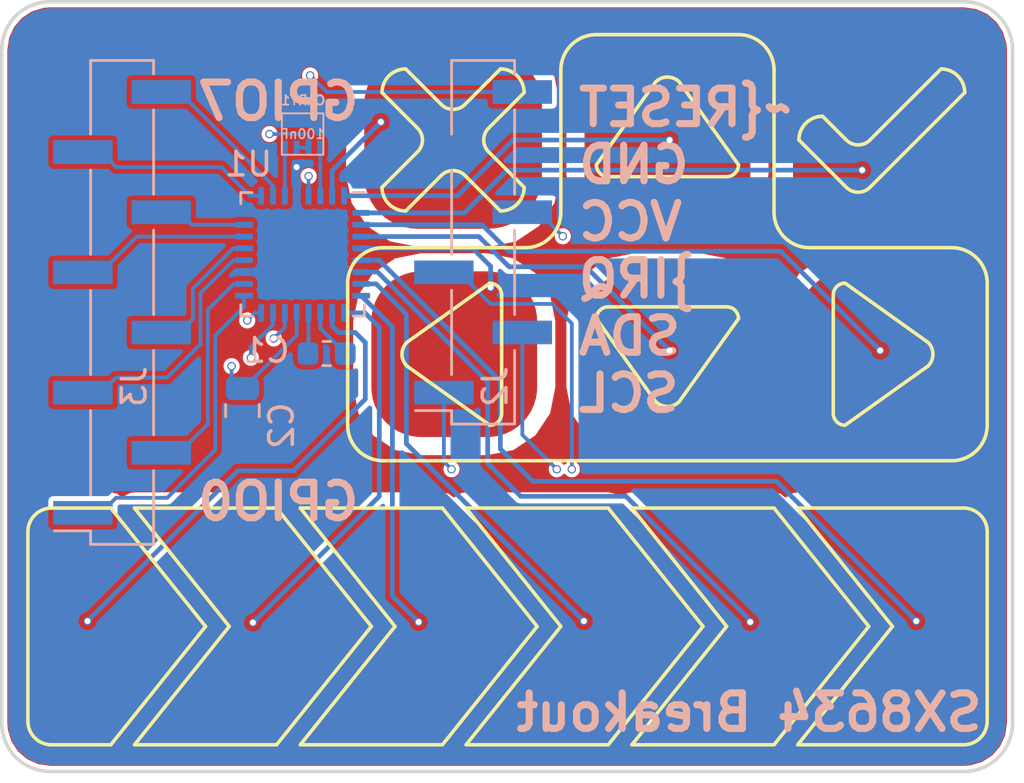
<source format=kicad_pcb>
(kicad_pcb (version 20171130) (host pcbnew 5.0.0)
  (title_block (title nRF52-Ring) (date 2019-06-06) (rev 1) (comment 1 "Author: J. Ian Lindsay"))
  (layers (0 F.Cu power) (1 In1.Cu signal hide) (2 In2.Cu signal hide) (31 B.Cu signal hide) (34 B.Paste user) (35 F.Paste user) (36 B.SilkS user) (37 F.SilkS user) (38 B.Mask user) (39 F.Mask user) (44 Edge.Cuts user))
  (net 0 "")
  (net 1 /VCC)
  (net 2 GND)
  (net 3 /I2C_SDA)
  (net 4 /I2C_SCL)
  (net 5 "Net-(C1-Pad1)")
  (net 6 /~Touch_Reset)
  (net 7 /~Touch_IRQ)
  (net 8 "Net-(C1-Pad2)")
  (net 9 "Net-(CARY1-Pad7)")
  (net 10 /GPIO0)
  (net 11 /GPIO1)
  (net 12 /GPIO2)
  (net 13 /GPIO3)
  (net 14 /GPIO4)
  (net 15 /GPIO5)
  (net 16 /GPIO6)
  (net 17 /GPIO7)
  (net 18 "Net-(CARY1-Pad1)")
  (net 19 /cap3)
  (net 20 /cap7)
  (net 21 /cap8)
  (net 22 /cap9)
  (net 23 /cap10)
  (net 24 /cap0)
  (net 25 /cap5)
  (net 26 /cap2)
  (net 27 /cap4)
  (net 28 /cap1)
  (net 29 /cap6)
  (net 30 /cap11)
  (module Capacitor_SMD:C_0603_1608Metric (layer B.Cu) (at 61.976 47.879)
    (fp_text reference C1 (at -2.54 -0.127) (layer B.SilkS) (effects (justify mirror)))
    (fp_text value 1nF)
    (fp_line (start -0.162779 0.51) (end 0.162779 0.51) (layer B.SilkS) (width 0.12))
    (fp_line (start -0.162779 -0.51) (end 0.162779 -0.51) (layer B.SilkS) (width 0.12))
    (pad 1 smd roundrect (at -0.7875 0) (size 0.875 0.95) (layers B.Cu B.Paste B.Mask) (net 5 "Net-(C1-Pad1)"))
    (pad 2 smd roundrect (at 0.7875 0) (size 0.875 0.95) (layers B.Cu B.Paste B.Mask) (net 8 "Net-(C1-Pad2)"))
  )
  (module Capacitor_SMD:C_0805_2012Metric (layer B.Cu) (at 58.42 50.292 270)
    (fp_text reference C2 (at 0.635 -1.651 270) (layer B.SilkS) (effects (justify mirror)))
    (fp_text value 1uF)
    (fp_line (start -0.258578 0.71) (end 0.258578 0.71) (layer B.SilkS) (width 0.12))
    (fp_line (start -0.258578 -0.71) (end 0.258578 -0.71) (layer B.SilkS) (width 0.12))
    (pad 1 smd roundrect (at -0.9375 0 270) (size 0.975 1.4) (layers B.Cu B.Paste B.Mask) (net 1 /VCC))
    (pad 2 smd roundrect (at 0.9375 0 270) (size 0.975 1.4) (layers B.Cu B.Paste B.Mask) (net 2 GND))
  )
  (module CapArray_CKCL44 (layer B.Cu) (at 60.96 38.608 180)
    (fp_text reference CARY1 (at -0.025 1.425 180) (layer B.SilkS) (effects (font (size 0.4 0.4) (thickness 0.08)) (justify mirror)))
    (fp_text value 100nF (at 0 0 180) (layer B.SilkS) (effects (font (size 0.4 0.4) (thickness 0.07)) (justify mirror)))
    (fp_line (start 0.875 0.875) (end 0.875 -0.875) (layer B.SilkS) (width 0.08))
    (fp_line (start 0.875 -0.875) (end -0.875 -0.875) (layer B.SilkS) (width 0.08))
    (fp_line (start -0.875 0.875) (end 0.875 0.875) (layer B.SilkS) (width 0.08))
    (fp_line (start -0.875 0.875) (end -0.875 -0.875) (layer B.SilkS) (width 0.08))
    (pad 8 smd rect (at 0.75 0.575 180) (size 0.25 0.6) (layers B.Cu B.Paste B.Mask) (net 2 GND))
    (pad 7 smd rect (at 0.75 -0.575 180) (size 0.25 0.6) (layers B.Cu B.Paste B.Mask) (net 9 "Net-(CARY1-Pad7)"))
    (pad 6 smd rect (at 0.25 0.575 180) (size 0.25 0.6) (layers B.Cu B.Paste B.Mask) (net 2 GND))
    (pad 5 smd rect (at 0.25 -0.575 180) (size 0.25 0.6) (layers B.Cu B.Paste B.Mask) (net 1 /VCC))
    (pad 4 smd rect (at -0.25 0.575 180) (size 0.25 0.6) (layers B.Cu B.Paste B.Mask) (net 2 GND))
    (pad 3 smd rect (at -0.25 -0.575 180) (size 0.25 0.6) (layers B.Cu B.Paste B.Mask) (net 1 /VCC))
    (pad 2 smd rect (at -0.75 0.575 180) (size 0.25 0.6) (layers B.Cu B.Paste B.Mask) (net 2 GND))
    (pad 1 smd rect (at -0.75 -0.575 180) (size 0.25 0.6) (layers B.Cu B.Paste B.Mask) (net 18 "Net-(CARY1-Pad1)"))
  )
  (module woose-tracker:ManuvrLogo (layer F.Cu) (at 51.70424 37.1856 45)
    (fp_text reference P1 hide)
    (fp_text value CONN_01X01 hide)
  )
  (module Package_DFN_QFN:QFN-32-1EP_5x5mm_P0.5mm_EP3.65x3.65mm (layer B.Cu) (at 60.96 43.688 180)
    (fp_text reference U1 (at 2.286 3.81 180) (layer B.SilkS) (effects (justify mirror)))
    (fp_text value SX8634)
    (fp_line (start 2.135 2.61) (end 2.61 2.61) (layer B.SilkS) (width 0.12))
    (fp_line (start 2.61 2.61) (end 2.61 2.135) (layer B.SilkS) (width 0.12))
    (fp_line (start -2.135 -2.61) (end -2.61 -2.61) (layer B.SilkS) (width 0.12))
    (fp_line (start -2.61 -2.61) (end -2.61 -2.135) (layer B.SilkS) (width 0.12))
    (fp_line (start 2.135 -2.61) (end 2.61 -2.61) (layer B.SilkS) (width 0.12))
    (fp_line (start 2.61 -2.61) (end 2.61 -2.135) (layer B.SilkS) (width 0.12))
    (fp_line (start -2.135 2.61) (end -2.61 2.61) (layer B.SilkS) (width 0.12))
    (pad 33 smd roundrect (at 0 0 180) (size 3.65 3.65) (layers B.Cu B.Mask) (roundrect_rratio 0.068493) (net 2 GND))
    (pad 1 smd roundrect (at -2.475 1.75 180) (size 0.75 0.25) (layers B.Cu B.Paste B.Mask) (net 26 /cap2))
    (pad 2 smd roundrect (at -2.475 1.25 180) (size 0.75 0.25) (layers B.Cu B.Paste B.Mask) (net 19 /cap3))
    (pad 3 smd roundrect (at -2.475 0.75 180) (size 0.75 0.25) (layers B.Cu B.Paste B.Mask) (net 27 /cap4))
    (pad 4 smd roundrect (at -2.475 0.25 180) (size 0.75 0.25) (layers B.Cu B.Paste B.Mask) (net 25 /cap5))
    (pad 5 smd roundrect (at -2.475 -0.25 180) (size 0.75 0.25) (layers B.Cu B.Paste B.Mask) (net 29 /cap6))
    (pad 6 smd roundrect (at -2.475 -0.75 180) (size 0.75 0.25) (layers B.Cu B.Paste B.Mask) (net 20 /cap7))
    (pad 7 smd roundrect (at -2.475 -1.25 180) (size 0.75 0.25) (layers B.Cu B.Paste B.Mask) (net 21 /cap8))
    (pad 8 smd roundrect (at -2.475 -1.75 180) (size 0.75 0.25) (layers B.Cu B.Paste B.Mask) (net 22 /cap9))
    (pad 9 smd roundrect (at -1.75 -2.475 180) (size 0.25 0.75) (layers B.Cu B.Paste B.Mask) (net 23 /cap10))
    (pad 10 smd roundrect (at -1.25 -2.475 180) (size 0.25 0.75) (layers B.Cu B.Paste B.Mask) (net 30 /cap11))
    (pad 11 smd roundrect (at -0.75 -2.475 180) (size 0.25 0.75) (layers B.Cu B.Paste B.Mask) (net 8 "Net-(C1-Pad2)"))
    (pad 12 smd roundrect (at -0.25 -2.475 180) (size 0.25 0.75) (layers B.Cu B.Paste B.Mask) (net 5 "Net-(C1-Pad1)"))
    (pad 13 smd roundrect (at 0.25 -2.475 180) (size 0.25 0.75) (layers B.Cu B.Paste B.Mask) (net 1 /VCC))
    (pad 14 smd roundrect (at 0.75 -2.475 180) (size 0.25 0.75) (layers B.Cu B.Paste B.Mask) (net 7 /~Touch_IRQ))
    (pad 15 smd roundrect (at 1.25 -2.475 180) (size 0.25 0.75) (layers B.Cu B.Paste B.Mask) (net 4 /I2C_SCL))
    (pad 16 smd roundrect (at 1.75 -2.475 180) (size 0.25 0.75) (layers B.Cu B.Paste B.Mask) (net 3 /I2C_SDA))
    (pad 17 smd roundrect (at 2.475 -1.75 180) (size 0.75 0.25) (layers B.Cu B.Paste B.Mask) (net 10 /GPIO0))
    (pad 18 smd roundrect (at 2.475 -1.25 180) (size 0.75 0.25) (layers B.Cu B.Paste B.Mask) (net 11 /GPIO1))
    (pad 19 smd roundrect (at 2.475 -0.75 180) (size 0.75 0.25) (layers B.Cu B.Paste B.Mask) (net 2 GND))
    (pad 20 smd roundrect (at 2.475 -0.25 180) (size 0.75 0.25) (layers B.Cu B.Paste B.Mask) (net 12 /GPIO2))
    (pad 21 smd roundrect (at 2.475 0.25 180) (size 0.75 0.25) (layers B.Cu B.Paste B.Mask) (net 13 /GPIO3))
    (pad 22 smd roundrect (at 2.475 0.75 180) (size 0.75 0.25) (layers B.Cu B.Paste B.Mask) (net 14 /GPIO4))
    (pad 23 smd roundrect (at 2.475 1.25 180) (size 0.75 0.25) (layers B.Cu B.Paste B.Mask) (net 15 /GPIO5))
    (pad 24 smd roundrect (at 2.475 1.75 180) (size 0.75 0.25) (layers B.Cu B.Paste B.Mask) (net 2 GND))
    (pad 25 smd roundrect (at 1.75 2.475 180) (size 0.25 0.75) (layers B.Cu B.Paste B.Mask) (net 16 /GPIO6))
    (pad 26 smd roundrect (at 1.25 2.475 180) (size 0.25 0.75) (layers B.Cu B.Paste B.Mask) (net 17 /GPIO7))
    (pad 27 smd roundrect (at 0.75 2.475 180) (size 0.25 0.75) (layers B.Cu B.Paste B.Mask) (net 9 "Net-(CARY1-Pad7)"))
    (pad 28 smd roundrect (at 0.25 2.475 180) (size 0.25 0.75) (layers B.Cu B.Paste B.Mask) (net 2 GND))
    (pad 29 smd roundrect (at -0.25 2.475 180) (size 0.25 0.75) (layers B.Cu B.Paste B.Mask) (net 6 /~Touch_Reset))
    (pad 30 smd roundrect (at -0.75 2.475 180) (size 0.25 0.75) (layers B.Cu B.Paste B.Mask) (net 18 "Net-(CARY1-Pad1)"))
    (pad 31 smd roundrect (at -1.25 2.475 180) (size 0.25 0.75) (layers B.Cu B.Paste B.Mask) (net 24 /cap0))
    (pad 32 smd roundrect (at -1.75 2.475 180) (size 0.25 0.75) (layers B.Cu B.Paste B.Mask) (net 28 /cap1))
  )
  (module Connector_PinHeader_2.54mm:PinHeader_1x06_P2.54mm_Vertical_SMD_Pin1Left (layer B.Cu) (at 68.58 43.18)
    (fp_text reference J2 (at 0.508 6.096 90) (layer B.SilkS) (effects (justify mirror)))
    (fp_text value Conn_01x06)
    (fp_line (start -1.33 7.68) (end 1.33 7.68) (layer B.SilkS) (width 0.12))
    (fp_line (start -1.33 -7.68) (end 1.33 -7.68) (layer B.SilkS) (width 0.12))
    (fp_line (start 1.33 7.68) (end 1.33 4.57) (layer B.SilkS) (width 0.12))
    (fp_line (start -1.33 7.11) (end -2.85 7.11) (layer B.SilkS) (width 0.12))
    (fp_line (start -1.33 7.68) (end -1.33 7.11) (layer B.SilkS) (width 0.12))
    (fp_line (start 1.33 -7.11) (end 1.33 -7.68) (layer B.SilkS) (width 0.12))
    (fp_line (start 1.33 3.05) (end 1.33 -0.51) (layer B.SilkS) (width 0.12))
    (fp_line (start 1.33 -2.03) (end 1.33 -5.59) (layer B.SilkS) (width 0.12))
    (fp_line (start -1.33 5.59) (end -1.33 2.03) (layer B.SilkS) (width 0.12))
    (fp_line (start -1.33 0.51) (end -1.33 -3.05) (layer B.SilkS) (width 0.12))
    (fp_line (start -1.33 -4.57) (end -1.33 -7.68) (layer B.SilkS) (width 0.12))
    (pad 1 smd rect (at -1.655 6.35) (size 2.51 1) (layers B.Cu B.Paste B.Mask) (net 4 /I2C_SCL))
    (pad 3 smd rect (at -1.655 1.27) (size 2.51 1) (layers B.Cu B.Paste B.Mask) (net 7 /~Touch_IRQ))
    (pad 5 smd rect (at -1.655 -3.81) (size 2.51 1) (layers B.Cu B.Paste B.Mask) (net 2 GND))
    (pad 2 smd rect (at 1.655 3.81) (size 2.51 1) (layers B.Cu B.Paste B.Mask) (net 3 /I2C_SDA))
    (pad 4 smd rect (at 1.655 -1.27) (size 2.51 1) (layers B.Cu B.Paste B.Mask) (net 1 /VCC))
    (pad 6 smd rect (at 1.655 -6.35) (size 2.51 1) (layers B.Cu B.Paste B.Mask) (net 6 /~Touch_Reset))
  )
  (module Connector_PinHeader_2.54mm:PinHeader_1x08_P2.54mm_Vertical_SMD_Pin1Left (layer B.Cu) (at 53.34 45.72)
    (fp_text reference J3 (at 0.508 3.556 90) (layer B.SilkS) (effects (justify mirror)))
    (fp_text value Conn_01x08)
    (fp_line (start -1.33 10.22) (end 1.33 10.22) (layer B.SilkS) (width 0.12))
    (fp_line (start -1.33 -10.22) (end 1.33 -10.22) (layer B.SilkS) (width 0.12))
    (fp_line (start 1.33 10.22) (end 1.33 7.11) (layer B.SilkS) (width 0.12))
    (fp_line (start -1.33 9.65) (end -2.85 9.65) (layer B.SilkS) (width 0.12))
    (fp_line (start -1.33 10.22) (end -1.33 9.65) (layer B.SilkS) (width 0.12))
    (fp_line (start 1.33 -9.65) (end 1.33 -10.22) (layer B.SilkS) (width 0.12))
    (fp_line (start 1.33 5.59) (end 1.33 2.03) (layer B.SilkS) (width 0.12))
    (fp_line (start 1.33 0.51) (end 1.33 -3.05) (layer B.SilkS) (width 0.12))
    (fp_line (start 1.33 -4.57) (end 1.33 -8.13) (layer B.SilkS) (width 0.12))
    (fp_line (start -1.33 8.13) (end -1.33 4.57) (layer B.SilkS) (width 0.12))
    (fp_line (start -1.33 3.05) (end -1.33 -0.51) (layer B.SilkS) (width 0.12))
    (fp_line (start -1.33 -2.03) (end -1.33 -5.59) (layer B.SilkS) (width 0.12))
    (fp_line (start -1.33 -7.11) (end -1.33 -10.22) (layer B.SilkS) (width 0.12))
    (pad 1 smd rect (at -1.655 8.89) (size 2.51 1) (layers B.Cu B.Paste B.Mask) (net 10 /GPIO0))
    (pad 3 smd rect (at -1.655 3.81) (size 2.51 1) (layers B.Cu B.Paste B.Mask) (net 12 /GPIO2))
    (pad 5 smd rect (at -1.655 -1.27) (size 2.51 1) (layers B.Cu B.Paste B.Mask) (net 14 /GPIO4))
    (pad 7 smd rect (at -1.655 -6.35) (size 2.51 1) (layers B.Cu B.Paste B.Mask) (net 16 /GPIO6))
    (pad 2 smd rect (at 1.655 6.35) (size 2.51 1) (layers B.Cu B.Paste B.Mask) (net 11 /GPIO1))
    (pad 4 smd rect (at 1.655 1.27) (size 2.51 1) (layers B.Cu B.Paste B.Mask) (net 13 /GPIO3))
    (pad 6 smd rect (at 1.655 -3.81) (size 2.51 1) (layers B.Cu B.Paste B.Mask) (net 15 /GPIO5))
    (pad 8 smd rect (at 1.655 -8.89) (size 2.51 1) (layers B.Cu B.Paste B.Mask) (net 17 /GPIO7))
  )
  (module woose-tracker:Cap-Touch_pattern_compact (layer F.Cu) (at 70.36308 45.90796)
    (fp_text reference J1)
    (fp_text value Conn_01x12_Male)
    (fp_line (start 18 6.5) (end -6 6.5) (layer F.SilkS) (width 0.15))
    (fp_arc (start 6 -9) (end 6.5 -9.5) (angle -90) (layer F.SilkS) (width 0.15))
    (fp_arc (start 8.5 -6) (end 8.5 -5.5) (angle -90) (layer F.SilkS) (width 0.15))
    (fp_arc (start 3.5 -6) (end 3 -6) (angle -90) (layer F.SilkS) (width 0.15))
    (fp_line (start 3 -6) (end 5.5 -9.5) (layer F.SilkS) (width 0.15))
    (fp_line (start 6.5 -9.5) (end 9 -6) (layer F.SilkS) (width 0.15))
    (fp_line (start 8.5 -5.5) (end 3.5 -5.5) (layer F.SilkS) (width 0.15))
    (fp_line (start -1 -0.5) (end -1 4.5) (layer F.SilkS) (width 0.15))
    (fp_line (start -5 1.5) (end -1.5 -1) (layer F.SilkS) (width 0.15))
    (fp_line (start -1.5 5) (end -5 2.5) (layer F.SilkS) (width 0.15))
    (fp_arc (start -1.5 4.5) (end -1.5 5) (angle -90) (layer F.SilkS) (width 0.15))
    (fp_arc (start -1.5 -0.5) (end -1 -0.5) (angle -90) (layer F.SilkS) (width 0.15))
    (fp_arc (start -4.5 2) (end -5 1.5) (angle -90) (layer F.SilkS) (width 0.15))
    (fp_arc (start 16.5 2) (end 17 2.5) (angle -90) (layer F.SilkS) (width 0.15))
    (fp_arc (start 13.5 4.5) (end 13 4.5) (angle -90) (layer F.SilkS) (width 0.15))
    (fp_arc (start 13.5 -0.5) (end 13.5 -1) (angle -90) (layer F.SilkS) (width 0.15))
    (fp_line (start 13.5 -1) (end 17 1.5) (layer F.SilkS) (width 0.15))
    (fp_line (start 17 2.5) (end 13.5 5) (layer F.SilkS) (width 0.15))
    (fp_line (start 13 4.5) (end 13 -0.5) (layer F.SilkS) (width 0.15))
    (fp_line (start 3.5 0) (end 8.5 0) (layer F.SilkS) (width 0.15))
    (fp_line (start 5.5 4) (end 3 0.5) (layer F.SilkS) (width 0.15))
    (fp_line (start 9 0.5) (end 6.5 4) (layer F.SilkS) (width 0.15))
    (fp_arc (start 8.5 0.5) (end 9 0.5) (angle -90) (layer F.SilkS) (width 0.15))
    (fp_arc (start 3.5 0.5) (end 3.5 0) (angle -90) (layer F.SilkS) (width 0.15))
    (fp_arc (start 6 3.5) (end 5.5 4) (angle -90) (layer F.SilkS) (width 0.15))
    (fp_line (start 13.55 -7.05) (end 12.55 -8.05) (layer F.SilkS) (width 0.15))
    (fp_line (start 11.55 -7.05) (end 13.55 -5.05) (layer F.SilkS) (width 0.15))
    (fp_line (start 14.55 -5.05) (end 18.55 -9.05) (layer F.SilkS) (width 0.15))
    (fp_line (start 17.55 -10.05) (end 14.55 -7.05) (layer F.SilkS) (width 0.15))
    (fp_arc (start 14.05 -5.55) (end 14.55 -5.05) (angle 90) (layer F.SilkS) (width 0.15))
    (fp_arc (start 12.55 -7.05) (end 11.55 -7.05) (angle 90) (layer F.SilkS) (width 0.15))
    (fp_arc (start 17.55 -9.05) (end 17.55 -10.05) (angle 90) (layer F.SilkS) (width 0.15))
    (fp_arc (start 14.05 -7.55) (end 14.55 -7.05) (angle 90) (layer F.SilkS) (width 0.15))
    (fp_line (start -2.55 -8.55) (end -1.05 -10.05) (layer F.SilkS) (width 0.15))
    (fp_line (start -5.05 -10.05) (end -3.55 -8.55) (layer F.SilkS) (width 0.15))
    (fp_line (start -4.55 -7.55) (end -6.05 -9.05) (layer F.SilkS) (width 0.15))
    (fp_line (start -5.05 -4.05) (end -3.55 -5.55) (layer F.SilkS) (width 0.15))
    (fp_line (start -4.55 -6.55) (end -6.05 -5.05) (layer F.SilkS) (width 0.15))
    (fp_line (start -1.05 -4.05) (end -2.55 -5.55) (layer F.SilkS) (width 0.15))
    (fp_line (start -1.55 -6.55) (end -0.05 -5.05) (layer F.SilkS) (width 0.15))
    (fp_line (start -0.05 -9.05) (end -1.55 -7.55) (layer F.SilkS) (width 0.15))
    (fp_arc (start -5.05 -9.05) (end -6.05 -9.05) (angle 90) (layer F.SilkS) (width 0.15))
    (fp_arc (start -1.05 -5.05) (end -0.05 -5.05) (angle 90) (layer F.SilkS) (width 0.15))
    (fp_arc (start -5.05 -7.05) (end -4.55 -7.55) (angle 90) (layer F.SilkS) (width 0.15))
    (fp_arc (start -1.05 -7.05) (end -1.55 -6.55) (angle 90) (layer F.SilkS) (width 0.15))
    (fp_arc (start -3.05 -5.05) (end -3.55 -5.55) (angle 90) (layer F.SilkS) (width 0.15))
    (fp_arc (start -3.05 -9.05) (end -2.55 -8.55) (angle 90) (layer F.SilkS) (width 0.15))
    (fp_arc (start -1.05 -9.05) (end -1.05 -10.05) (angle 90) (layer F.SilkS) (width 0.15))
    (fp_arc (start -5.05 -5.05) (end -5.05 -4.05) (angle 90) (layer F.SilkS) (width 0.15))
    (fp_line (start 9 -11.5) (end 3 -11.5) (layer F.SilkS) (width 0.15))
    (fp_line (start 10.5 -4) (end 10.5 -10) (layer F.SilkS) (width 0.15))
    (fp_line (start 18 -2.5) (end 12 -2.5) (layer F.SilkS) (width 0.15))
    (fp_line (start 19.5 5) (end 19.5 -1) (layer F.SilkS) (width 0.15))
    (fp_line (start -7.5 -1) (end -7.5 5) (layer F.SilkS) (width 0.15))
    (fp_line (start 0 -2.5) (end -6 -2.5) (layer F.SilkS) (width 0.15))
    (fp_line (start 1.5 -10) (end 1.5 -4) (layer F.SilkS) (width 0.15))
    (fp_arc (start 18 5) (end 19.5 5) (angle 90) (layer F.SilkS) (width 0.15))
    (fp_arc (start -6 5) (end -6 6.5) (angle 90) (layer F.SilkS) (width 0.15))
    (fp_arc (start 18 -1) (end 18 -2.5) (angle 90) (layer F.SilkS) (width 0.15))
    (fp_arc (start -6 -1) (end -7.5 -1) (angle 90) (layer F.SilkS) (width 0.15))
    (fp_arc (start 12 -4) (end 12 -2.5) (angle 90) (layer F.SilkS) (width 0.15))
    (fp_arc (start 0 -4) (end 1.5 -4) (angle 90) (layer F.SilkS) (width 0.15))
    (fp_arc (start 9 -10) (end 9 -11.5) (angle 90) (layer F.SilkS) (width 0.15))
    (fp_arc (start 3 -10) (end 1.5 -10) (angle 90) (layer F.SilkS) (width 0.15))
    (fp_line (start -16.5 8.5) (end -10.5 8.5) (layer F.SilkS) (width 0.15))
    (fp_line (start -10.5 18.5) (end -16.5 18.5) (layer F.SilkS) (width 0.15))
    (fp_line (start 3.5 18.5) (end -2.5 18.5) (layer F.SilkS) (width 0.15))
    (fp_line (start -2.5 8.5) (end 3.5 8.5) (layer F.SilkS) (width 0.15))
    (fp_line (start -9.5 8.5) (end -3.5 8.5) (layer F.SilkS) (width 0.15))
    (fp_line (start -3.5 18.5) (end -9.5 18.5) (layer F.SilkS) (width 0.15))
    (fp_line (start 10.5 18.5) (end 4.5 18.5) (layer F.SilkS) (width 0.15))
    (fp_line (start 4.5 8.5) (end 10.5 8.5) (layer F.SilkS) (width 0.15))
    (fp_line (start 11.5 8.5) (end 17.5 8.5) (layer F.SilkS) (width 0.15))
    (fp_line (start 17.5 18.5) (end 11.5 18.5) (layer F.SilkS) (width 0.15))
    (fp_line (start -13.5 13.5) (end -17.5 18.5) (layer F.SilkS) (width 0.15))
    (fp_line (start -17.5 8.5) (end -13.5 13.5) (layer F.SilkS) (width 0.15))
    (fp_line (start -12.5 13.5) (end -16.5 8.5) (layer F.SilkS) (width 0.15))
    (fp_line (start -16.5 18.5) (end -12.5 13.5) (layer F.SilkS) (width 0.15))
    (fp_line (start -6.5 13.5) (end -10.5 18.5) (layer F.SilkS) (width 0.15))
    (fp_line (start -10.5 8.5) (end -6.5 13.5) (layer F.SilkS) (width 0.15))
    (fp_line (start -5.5 13.5) (end -9.5 8.5) (layer F.SilkS) (width 0.15))
    (fp_line (start -9.5 18.5) (end -5.5 13.5) (layer F.SilkS) (width 0.15))
    (fp_line (start 0.5 13.5) (end -3.5 8.5) (layer F.SilkS) (width 0.15))
    (fp_line (start -3.5 18.5) (end 0.5 13.5) (layer F.SilkS) (width 0.15))
    (fp_line (start 1.5 13.5) (end -2.5 18.5) (layer F.SilkS) (width 0.15))
    (fp_line (start -2.5 8.5) (end 1.5 13.5) (layer F.SilkS) (width 0.15))
    (fp_line (start 7.5 13.5) (end 3.5 8.5) (layer F.SilkS) (width 0.15))
    (fp_line (start 3.5 18.5) (end 7.5 13.5) (layer F.SilkS) (width 0.15))
    (fp_line (start 8.5 13.5) (end 4.5 18.5) (layer F.SilkS) (width 0.15))
    (fp_line (start 4.5 8.5) (end 8.5 13.5) (layer F.SilkS) (width 0.15))
    (fp_line (start 14.5 13.5) (end 10.5 8.5) (layer F.SilkS) (width 0.15))
    (fp_line (start 10.5 18.5) (end 14.5 13.5) (layer F.SilkS) (width 0.15))
    (fp_line (start 15.5 13.5) (end 11.5 18.5) (layer F.SilkS) (width 0.15))
    (fp_line (start 11.5 8.5) (end 15.5 13.5) (layer F.SilkS) (width 0.15))
    (fp_arc (start 18.5 9.5) (end 18.5 8.5) (angle 90) (layer F.SilkS) (width 0.15))
    (fp_arc (start 18.5 17.5) (end 19.5 17.5) (angle 90) (layer F.SilkS) (width 0.15))
    (fp_arc (start -20 9.5) (end -21 9.5) (angle 90) (layer F.SilkS) (width 0.15))
    (fp_arc (start -20 17.5) (end -20 18.5) (angle 90) (layer F.SilkS) (width 0.15))
    (fp_line (start -20 18.5) (end -17.5 18.5) (layer F.SilkS) (width 0.15))
    (fp_line (start -21 17.5) (end -21 9.5) (layer F.SilkS) (width 0.15))
    (fp_line (start -20 8.5) (end -17.5 8.5) (layer F.SilkS) (width 0.15))
    (fp_line (start 17.5 8.5) (end 18.5 8.5) (layer F.SilkS) (width 0.15))
    (fp_line (start 19.5 9.5) (end 19.5 17.5) (layer F.SilkS) (width 0.15))
    (fp_line (start 18.5 18.5) (end 17.5 18.5) (layer F.SilkS) (width 0.15))
    (pad 7 smd custom (at -18.5 13.5) (size 1 1) (layers F.Cu) (net 30 /cap11) (clearance 0.65) (options (clearance outline) (anchor rect)) (primitives (gr_poly (pts (xy -1.5 -5) (xy 1 -5) (xy 5 0) (xy 1 5) (xy -1.5 5) (xy -2.5 4) (xy -2.5 -4)) (width 0)) (gr_circle (center -1.5 4) (end -0.5 4) (width 0)) (gr_circle (center -1.5 -4) (end -0.5 -4) (width 0))))
    (pad 8 smd custom (at -11.5 13.5) (size 1 1) (layers F.Cu) (net 23 /cap10) (clearance 0.65) (options (clearance outline) (anchor rect)) (primitives (gr_poly (pts (xy -5 -5) (xy 1 -5) (xy 5 0) (xy 1 5) (xy -5 5) (xy -1 0)) (width 0))))
    (pad 9 smd custom (at -4.5 13.5) (size 1 1) (layers F.Cu) (net 22 /cap9) (clearance 0.65) (options (clearance outline) (anchor rect)) (primitives (gr_poly (pts (xy -5 -5) (xy 1 -5) (xy 5 0) (xy 1 5) (xy -5 5) (xy -1 0)) (width 0))))
    (pad 10 smd custom (at 2.5 13.5) (size 1 1) (layers F.Cu) (net 21 /cap8) (clearance 0.65) (options (clearance outline) (anchor rect)) (primitives (gr_poly (pts (xy -5 -5) (xy 1 -5) (xy 5 0) (xy 1 5) (xy -5 5) (xy -1 0)) (width 0))))
    (pad 11 smd custom (at 9.5 13.5) (size 1 1) (layers F.Cu) (net 20 /cap7) (clearance 0.65) (options (clearance outline) (anchor rect)) (primitives (gr_poly (pts (xy -5 -5) (xy 1 -5) (xy 5 0) (xy 1 5) (xy -5 5) (xy -1 0)) (width 0))))
    (pad 1 smd roundrect (at 6 -7 270) (size 7 7) (layers F.Cu) (roundrect_rratio 0.3) (net 28 /cap1) (clearance 0.75))
    (pad 2 smd roundrect (at 6 2 270) (size 7 7) (layers F.Cu) (roundrect_rratio 0.3) (net 27 /cap4) (clearance 0.75))
    (pad 3 smd roundrect (at -3 2 270) (size 7 7) (layers F.Cu) (roundrect_rratio 0.3) (net 25 /cap5) (clearance 0.75))
    (pad 4 smd roundrect (at 15 2 270) (size 7 7) (layers F.Cu) (roundrect_rratio 0.3) (net 19 /cap3) (clearance 0.75))
    (pad 5 smd roundrect (at 15.05 -7.05 90) (size 7.5 7.5) (layers F.Cu) (roundrect_rratio 0.3) (net 26 /cap2) (clearance 0.75))
    (pad 6 smd roundrect (at -3.05 -7.05 90) (size 7.5 7.5) (layers F.Cu) (roundrect_rratio 0.3) (net 24 /cap0) (clearance 0.75))
    (pad 12 smd custom (at 16.5 13.5) (size 1 1) (layers F.Cu) (net 29 /cap6) (clearance 0.65) (options (clearance outline) (anchor rect)) (primitives (gr_poly (pts (xy -5 -5) (xy 2 -5) (xy 3 -4) (xy 3 4) (xy 2 5) (xy -5 5) (xy -1 0)) (width 0)) (gr_circle (center 2 4) (end 3 4) (width 0)) (gr_circle (center 2 -4) (end 3 -4) (width 0))))
  )
  (gr_text "SX8634 Breakout" (at 79.81188 63.03772) (layer B.SilkS) (effects (font (size 1.5 1.5) (thickness 0.3)) (justify mirror)))
  (gr_text "~RESET\nGND\nVCC\n~IRQ\nSDA\nSCL" (at 72.46112 43.52544) (layer B.SilkS) (effects (font (size 1.5 1.5) (thickness 0.3)) (justify right mirror)))
  (gr_line (start 50.292 65.532) (end 88.9 65.532) (angle 90) (layer Edge.Cuts) (width 0.15))
  (gr_line (start 88.9 33.02) (end 50.292 33.02) (angle 90) (layer Edge.Cuts) (width 0.15))
  (gr_line (start 90.932 63.5) (end 90.932 35.052) (angle 90) (layer Edge.Cuts) (width 0.15))
  (gr_line (start 48.26 35.052) (end 48.26 63.5) (angle 90) (layer Edge.Cuts) (width 0.15))
  (gr_arc (start 88.9 63.5) (end 90.932 63.5) (angle 90) (layer Edge.Cuts) (width 0.15))
  (gr_arc (start 50.292 35.052) (end 48.26 35.052) (angle 90) (layer Edge.Cuts) (width 0.15))
  (gr_arc (start 50.292 63.5) (end 50.292 65.532) (angle 90) (layer Edge.Cuts) (width 0.15))
  (gr_arc (start 88.9 35.052) (end 88.9 33.02) (angle 90) (layer Edge.Cuts) (width 0.15))
  (gr_text "GPIO7\n\n\n\n\n\n\nGPIO0" (at 59.93384 45.68444) (layer B.SilkS) (effects (font (size 1.5 1.5) (thickness 0.3)) (justify mirror)))
  (segment (start 58.42 49.3545) (end 58.7225 49.3545) (width 0.16) (layer B.Cu) (net 1))
  (segment (start 60.71 47.113) (end 60.71 46.163) (width 0.16) (layer B.Cu) (net 1))
  (segment (start 58.5955 49.2275) (end 60.71 47.113) (width 0.16) (layer B.Cu) (net 1))
  (segment (start 61.21 39.183) (end 60.71 39.183) (width 0.16) (layer B.Cu) (net 1))
  (segment (start 61.21 39.183) (end 61.21 38.612) (width 0.16) (layer B.Cu) (net 1))
  (segment (start 61.21 38.612) (end 61.206 38.608) (width 0.16) (layer B.Cu) (net 1))
  (segment (start 61.206 38.608) (end 59.563 38.608) (width 0.16) (layer B.Cu) (net 1))
  (via (at 59.563 38.608) (size 0.354) (drill 0.254) (layers F.Cu B.Cu) (net 1))
  (segment (start 57.9628 48.8973) (end 58.42 49.3545) (width 0.16) (layer B.Cu) (net 1))
  (segment (start 57.9628 48.4124) (end 57.9628 48.8973) (width 0.16) (layer B.Cu) (net 1))
  (via (at 57.9628 48.4124) (size 0.354) (drill 0.254) (layers F.Cu B.Cu) (net 1))
  (segment (start 70.235 41.91) (end 70.9295 41.91) (width 0.16) (layer B.Cu) (net 1))
  (segment (start 70.9295 41.91) (end 71.9455 42.926) (width 0.16) (layer B.Cu) (net 1))
  (via (at 71.9455 42.926) (size 0.354) (drill 0.254) (layers F.Cu B.Cu) (net 1))
  (segment (start 60.71 41.213) (end 60.71 40.009) (width 0.16) (layer B.Cu) (net 2))
  (via (at 60.706 40.005) (size 0.354) (drill 0.254) (layers F.Cu B.Cu) (net 2))
  (segment (start 60.71 40.009) (end 60.706 40.005) (width 0.16) (layer B.Cu) (net 2))
  (segment (start 58.485 44.438) (end 60.21 44.438) (width 0.16) (layer B.Cu) (net 2))
  (segment (start 60.21 44.438) (end 60.96 43.688) (width 0.16) (layer B.Cu) (net 2))
  (segment (start 58.485 41.938) (end 59.21 41.938) (width 0.16) (layer B.Cu) (net 2))
  (segment (start 59.21 41.938) (end 60.96 43.688) (width 0.16) (layer B.Cu) (net 2))
  (segment (start 60.71 41.213) (end 60.71 43.438) (width 0.16) (layer B.Cu) (net 2))
  (segment (start 60.71 43.438) (end 60.96 43.688) (width 0.16) (layer B.Cu) (net 2))
  (segment (start 60.21 38.033) (end 61.71 38.033) (width 0.16) (layer B.Cu) (net 2))
  (segment (start 58.9422 46.163) (end 59.21 46.163) (width 0.16) (layer B.Cu) (net 3))
  (via (at 58.6232 46.482) (size 0.354) (drill 0.254) (layers F.Cu B.Cu) (net 3))
  (segment (start 58.9422 46.163) (end 58.6232 46.482) (width 0.16) (layer B.Cu) (net 3))
  (segment (start 70.235 46.99) (end 70.235 51.312) (width 0.16) (layer B.Cu) (net 3))
  (segment (start 70.235 51.312) (end 71.6915 52.7685) (width 0.16) (layer B.Cu) (net 3))
  (via (at 71.6915 52.7685) (size 0.354) (drill 0.254) (layers F.Cu B.Cu) (net 3))
  (segment (start 58.7756 47.5996) (end 58.7756 48.0568) (width 0.16) (layer B.Cu) (net 4))
  (via (at 58.7756 48.0568) (size 0.354) (drill 0.254) (layers F.Cu B.Cu) (net 4))
  (segment (start 59.71 46.6652) (end 59.71 46.163) (width 0.16) (layer B.Cu) (net 4))
  (segment (start 59.71 46.6652) (end 58.7756 47.5996) (width 0.16) (layer B.Cu) (net 4))
  (segment (start 66.925 49.53) (end 66.925 52.447) (width 0.16) (layer B.Cu) (net 4))
  (segment (start 66.925 52.447) (end 67.2465 52.7685) (width 0.16) (layer B.Cu) (net 4))
  (via (at 67.2465 52.7685) (size 0.354) (drill 0.254) (layers F.Cu B.Cu) (net 4))
  (segment (start 61.21 46.163) (end 61.21 47.8575) (width 0.16) (layer B.Cu) (net 5))
  (segment (start 61.21 47.8575) (end 61.1885 47.879) (width 0.16) (layer B.Cu) (net 5))
  (segment (start 61.21 41.213) (end 61.21 40.39) (width 0.16) (layer B.Cu) (net 6))
  (segment (start 61.21 40.39) (end 61.214 40.386) (width 0.16) (layer B.Cu) (net 6))
  (via (at 61.214 40.386) (size 0.354) (drill 0.254) (layers F.Cu B.Cu) (net 6))
  (segment (start 70.235 36.83) (end 61.976 36.83) (width 0.16) (layer B.Cu) (net 6))
  (segment (start 61.976 36.83) (end 61.2775 36.1315) (width 0.16) (layer B.Cu) (net 6))
  (via (at 61.2775 36.1315) (size 0.354) (drill 0.254) (layers F.Cu B.Cu) (net 6))
  (segment (start 66.925 44.45) (end 66.1416 44.45) (width 0.16) (layer B.Cu) (net 7))
  (segment (start 66.1416 44.45) (end 66.925 44.45) (width 0.16) (layer B.Cu) (net 7))
  (segment (start 60.21 46.7748) (end 60.21 46.163) (width 0.16) (layer B.Cu) (net 7))
  (via (at 59.7408 47.244) (size 0.354) (drill 0.254) (layers F.Cu B.Cu) (net 7))
  (segment (start 66.925 44.45) (end 67.564 44.45) (width 0.16) (layer B.Cu) (net 7))
  (via (at 72.3265 52.7685) (size 0.354) (drill 0.254) (layers F.Cu B.Cu) (net 7))
  (segment (start 72.3265 46.609) (end 72.3265 52.7685) (width 0.16) (layer B.Cu) (net 7))
  (segment (start 71.501 45.7835) (end 72.3265 46.609) (width 0.16) (layer B.Cu) (net 7))
  (segment (start 68.8975 45.7835) (end 71.501 45.7835) (width 0.16) (layer B.Cu) (net 7))
  (segment (start 67.564 44.45) (end 68.8975 45.7835) (width 0.16) (layer B.Cu) (net 7))
  (segment (start 60.21 46.7748) (end 59.7408 47.244) (width 0.16) (layer B.Cu) (net 7))
  (segment (start 61.71 46.163) (end 61.71 46.8255) (width 0.16) (layer B.Cu) (net 8))
  (segment (start 61.71 46.8255) (end 62.7635 47.879) (width 0.16) (layer B.Cu) (net 8))
  (segment (start 60.21 39.183) (end 60.21 41.213) (width 0.16) (layer B.Cu) (net 9))
  (segment (start 58.485 45.438) (end 58.485 45.909) (width 0.16) (layer B.Cu) (net 10))
  (segment (start 52.451 54.61) (end 51.685 54.61) (width 0.16) (layer B.Cu) (net 10))
  (segment (start 53.086 53.975) (end 52.451 54.61) (width 0.16) (layer B.Cu) (net 10))
  (segment (start 55.245 53.975) (end 53.086 53.975) (width 0.16) (layer B.Cu) (net 10))
  (segment (start 57.277 51.943) (end 55.245 53.975) (width 0.16) (layer B.Cu) (net 10))
  (segment (start 57.277 47.117) (end 57.277 51.943) (width 0.16) (layer B.Cu) (net 10))
  (segment (start 58.485 45.909) (end 57.277 47.117) (width 0.16) (layer B.Cu) (net 10))
  (segment (start 58.485 44.938) (end 58.059 44.938) (width 0.16) (layer B.Cu) (net 11))
  (segment (start 55.753 52.07) (end 54.995 52.07) (width 0.16) (layer B.Cu) (net 11))
  (segment (start 56.961998 50.861002) (end 55.753 52.07) (width 0.16) (layer B.Cu) (net 11))
  (segment (start 56.961998 46.035002) (end 56.961998 50.861002) (width 0.16) (layer B.Cu) (net 11))
  (segment (start 58.059 44.938) (end 56.961998 46.035002) (width 0.16) (layer B.Cu) (net 11))
  (segment (start 58.485 43.938) (end 58.043 43.938) (width 0.16) (layer B.Cu) (net 12))
  (segment (start 52.451 49.53) (end 51.685 49.53) (width 0.16) (layer B.Cu) (net 12))
  (segment (start 53.086 48.895) (end 52.451 49.53) (width 0.16) (layer B.Cu) (net 12))
  (segment (start 55.245 48.895) (end 53.086 48.895) (width 0.16) (layer B.Cu) (net 12))
  (segment (start 56.646996 47.493004) (end 55.245 48.895) (width 0.16) (layer B.Cu) (net 12))
  (segment (start 56.646996 45.334004) (end 56.646996 47.493004) (width 0.16) (layer B.Cu) (net 12))
  (segment (start 58.043 43.938) (end 56.646996 45.334004) (width 0.16) (layer B.Cu) (net 12))
  (segment (start 58.485 43.438) (end 58.035 43.438) (width 0.16) (layer B.Cu) (net 13))
  (segment (start 55.753 46.99) (end 54.995 46.99) (width 0.16) (layer B.Cu) (net 13))
  (segment (start 56.331994 46.411006) (end 55.753 46.99) (width 0.16) (layer B.Cu) (net 13))
  (segment (start 56.331994 45.141006) (end 56.331994 46.411006) (width 0.16) (layer B.Cu) (net 13))
  (segment (start 58.035 43.438) (end 56.331994 45.141006) (width 0.16) (layer B.Cu) (net 13))
  (segment (start 58.485 42.938) (end 53.963 42.938) (width 0.16) (layer B.Cu) (net 14))
  (segment (start 52.451 44.45) (end 51.685 44.45) (width 0.16) (layer B.Cu) (net 14))
  (segment (start 53.963 42.938) (end 52.451 44.45) (width 0.16) (layer B.Cu) (net 14))
  (segment (start 58.485 42.438) (end 56.281 42.438) (width 0.16) (layer B.Cu) (net 15))
  (segment (start 55.753 41.91) (end 54.995 41.91) (width 0.16) (layer B.Cu) (net 15))
  (segment (start 56.281 42.438) (end 55.753 41.91) (width 0.16) (layer B.Cu) (net 15))
  (segment (start 59.21 41.213) (end 58.739 41.213) (width 0.16) (layer B.Cu) (net 16))
  (segment (start 52.451 39.37) (end 51.685 39.37) (width 0.16) (layer B.Cu) (net 16))
  (segment (start 53.086 40.005) (end 52.451 39.37) (width 0.16) (layer B.Cu) (net 16))
  (segment (start 57.531 40.005) (end 53.086 40.005) (width 0.16) (layer B.Cu) (net 16))
  (segment (start 58.739 41.213) (end 57.531 40.005) (width 0.16) (layer B.Cu) (net 16))
  (segment (start 54.995 36.83) (end 55.753 36.83) (width 0.16) (layer B.Cu) (net 17))
  (segment (start 59.71 40.787) (end 59.71 41.213) (width 0.16) (layer B.Cu) (net 17))
  (segment (start 55.753 36.83) (end 59.71 40.787) (width 0.16) (layer B.Cu) (net 17))
  (segment (start 61.71 39.183) (end 61.71 41.213) (width 0.16) (layer B.Cu) (net 18))
  (segment (start 63.435 42.438) (end 68.5365 42.438) (width 0.2) (layer B.Cu) (net 19))
  (segment (start 85.358 47.738) (end 85.358 47.72) (width 0.2) (layer F.Cu) (net 19))
  (segment (start 85.344 47.752) (end 85.358 47.738) (width 0.2) (layer F.Cu) (net 19))
  (via (at 85.344 47.752) (size 0.354) (drill 0.254) (layers F.Cu B.Cu) (net 19))
  (segment (start 81.153 43.561) (end 85.344 47.752) (width 0.2) (layer B.Cu) (net 19))
  (segment (start 69.6595 43.561) (end 81.153 43.561) (width 0.2) (layer B.Cu) (net 19))
  (segment (start 68.5365 42.438) (end 69.6595 43.561) (width 0.2) (layer B.Cu) (net 19))
  (via (at 79.858 59.22) (size 0.354) (drill 0.254) (layers F.Cu B.Cu) (net 20))
  (segment (start 63.435 44.438) (end 64.128812 44.438) (width 0.2) (layer B.Cu) (net 20))
  (segment (start 68.773406 49.082594) (end 64.128812 44.438) (width 0.2) (layer B.Cu) (net 20))
  (segment (start 68.773406 52.517406) (end 68.773406 49.082594) (width 0.2) (layer B.Cu) (net 20))
  (segment (start 70.1675 53.9115) (end 68.773406 52.517406) (width 0.2) (layer B.Cu) (net 20))
  (segment (start 74.6125 53.9115) (end 70.1675 53.9115) (width 0.2) (layer B.Cu) (net 20))
  (segment (start 79.8325 59.1315) (end 74.6125 53.9115) (width 0.2) (layer B.Cu) (net 20))
  (segment (start 79.8325 59.2455) (end 79.8325 59.1315) (width 0.2) (layer B.Cu) (net 20))
  (segment (start 79.8325 59.2455) (end 79.858 59.22) (width 0.2) (layer B.Cu) (net 20))
  (segment (start 63.435 44.938) (end 64.063124 44.938) (width 0.2) (layer B.Cu) (net 21))
  (segment (start 72.858 59.2055) (end 72.858 59.22) (width 0.2) (layer F.Cu) (net 21))
  (segment (start 72.8345 59.182) (end 72.858 59.2055) (width 0.2) (layer F.Cu) (net 21))
  (via (at 72.8345 59.182) (size 0.354) (drill 0.254) (layers F.Cu B.Cu) (net 21))
  (segment (start 65.3415 51.689) (end 72.8345 59.182) (width 0.2) (layer B.Cu) (net 21))
  (segment (start 65.3415 46.216376) (end 65.3415 51.689) (width 0.2) (layer B.Cu) (net 21))
  (segment (start 64.063124 44.938) (end 65.3415 46.216376) (width 0.2) (layer B.Cu) (net 21))
  (via (at 65.858 59.22) (size 0.354) (drill 0.254) (layers F.Cu B.Cu) (net 22))
  (segment (start 63.435 45.438) (end 64.750998 46.753998) (width 0.2) (layer B.Cu) (net 22))
  (segment (start 64.750998 58.112998) (end 64.750998 46.753998) (width 0.2) (layer B.Cu) (net 22))
  (segment (start 64.750998 58.112998) (end 65.858 59.22) (width 0.2) (layer B.Cu) (net 22))
  (segment (start 62.71 46.163) (end 63.594312 46.163) (width 0.2) (layer B.Cu) (net 23))
  (segment (start 58.858 59.239) (end 58.858 59.22) (width 0.2) (layer F.Cu) (net 23))
  (segment (start 58.8645 59.2455) (end 58.858 59.239) (width 0.2) (layer F.Cu) (net 23))
  (via (at 58.8645 59.2455) (size 0.354) (drill 0.254) (layers F.Cu B.Cu) (net 23))
  (segment (start 64.1985 53.9115) (end 58.8645 59.2455) (width 0.2) (layer B.Cu) (net 23))
  (segment (start 64.1985 46.767188) (end 64.1985 53.9115) (width 0.2) (layer B.Cu) (net 23))
  (segment (start 63.594312 46.163) (end 64.1985 46.767188) (width 0.2) (layer B.Cu) (net 23))
  (segment (start 62.21 41.213) (end 62.21 40.152) (width 0.2) (layer B.Cu) (net 24))
  (segment (start 64.882 38.72) (end 67.358 38.72) (width 0.2) (layer F.Cu) (net 24))
  (segment (start 64.262 38.1) (end 64.882 38.72) (width 0.2) (layer F.Cu) (net 24))
  (via (at 64.262 38.1) (size 0.354) (drill 0.254) (layers F.Cu B.Cu) (net 24))
  (segment (start 62.21 40.152) (end 64.262 38.1) (width 0.2) (layer B.Cu) (net 24))
  (segment (start 63.435 43.438) (end 68.1395 43.438) (width 0.2) (layer B.Cu) (net 25))
  (segment (start 67.358 46.6245) (end 67.358 47.72) (width 0.2) (layer F.Cu) (net 25))
  (segment (start 68.8975 45.085) (end 67.358 46.6245) (width 0.2) (layer F.Cu) (net 25))
  (via (at 68.8975 45.085) (size 0.354) (drill 0.254) (layers F.Cu B.Cu) (net 25))
  (segment (start 68.8975 44.196) (end 68.8975 45.085) (width 0.2) (layer B.Cu) (net 25))
  (segment (start 68.1395 43.438) (end 68.8975 44.196) (width 0.2) (layer B.Cu) (net 25))
  (segment (start 63.435 41.938) (end 67.79 41.938) (width 0.2) (layer B.Cu) (net 26))
  (segment (start 85.358 39.356) (end 85.358 38.72) (width 0.2) (layer F.Cu) (net 26))
  (segment (start 84.582 40.132) (end 85.358 39.356) (width 0.2) (layer F.Cu) (net 26))
  (via (at 84.582 40.132) (size 0.354) (drill 0.254) (layers F.Cu B.Cu) (net 26))
  (segment (start 69.596 40.132) (end 84.582 40.132) (width 0.2) (layer B.Cu) (net 26))
  (segment (start 67.79 41.938) (end 69.596 40.132) (width 0.2) (layer B.Cu) (net 26))
  (segment (start 63.435 42.938) (end 68.4015 42.938) (width 0.2) (layer B.Cu) (net 27))
  (segment (start 76.422 47.72) (end 76.358 47.72) (width 0.2) (layer F.Cu) (net 27))
  (via (at 76.454 47.752) (size 0.354) (drill 0.254) (layers F.Cu B.Cu) (net 27))
  (segment (start 76.454 47.752) (end 76.422 47.72) (width 0.2) (layer F.Cu) (net 27))
  (segment (start 68.4015 42.938) (end 69.67855 44.21505) (width 0.2) (layer B.Cu) (net 27))
  (segment (start 69.67855 44.21505) (end 72.91705 44.21505) (width 0.2) (layer B.Cu) (net 27))
  (segment (start 72.91705 44.21505) (end 76.454 47.752) (width 0.2) (layer B.Cu) (net 27))
  (segment (start 62.71 41.213) (end 67.499 41.213) (width 0.2) (layer B.Cu) (net 28))
  (segment (start 76.358 38.766) (end 76.358 38.72) (width 0.2) (layer F.Cu) (net 28))
  (segment (start 76.454 38.862) (end 76.358 38.766) (width 0.2) (layer F.Cu) (net 28))
  (via (at 76.454 38.862) (size 0.354) (drill 0.254) (layers F.Cu B.Cu) (net 28))
  (segment (start 69.85 38.862) (end 76.454 38.862) (width 0.2) (layer B.Cu) (net 28))
  (segment (start 67.499 41.213) (end 69.85 38.862) (width 0.2) (layer B.Cu) (net 28))
  (segment (start 86.858 59.192) (end 86.858 59.22) (width 0.2) (layer F.Cu) (net 29))
  (segment (start 80.9625 53.2765) (end 86.868 59.182) (width 0.2) (layer B.Cu) (net 29))
  (via (at 86.868 59.182) (size 0.354) (drill 0.254) (layers F.Cu B.Cu) (net 29))
  (segment (start 86.868 59.182) (end 86.858 59.192) (width 0.2) (layer F.Cu) (net 29))
  (segment (start 63.435 43.938) (end 64.1945 43.938) (width 0.2) (layer B.Cu) (net 29))
  (segment (start 64.1945 43.938) (end 69.31025 49.05375) (width 0.2) (layer B.Cu) (net 29))
  (segment (start 69.31025 49.05375) (end 69.31025 51.91125) (width 0.2) (layer B.Cu) (net 29))
  (segment (start 70.6755 53.2765) (end 80.9625 53.2765) (width 0.2) (layer B.Cu) (net 29))
  (segment (start 69.31025 51.91125) (end 70.6755 53.2765) (width 0.2) (layer B.Cu) (net 29))
  (segment (start 62.21 46.163) (end 62.21 46.716) (width 0.2) (layer B.Cu) (net 30))
  (segment (start 51.858 59.2035) (end 51.858 59.22) (width 0.2) (layer F.Cu) (net 30))
  (segment (start 51.8795 59.182) (end 51.858 59.2035) (width 0.2) (layer F.Cu) (net 30))
  (via (at 51.8795 59.182) (size 0.354) (drill 0.254) (layers F.Cu B.Cu) (net 30))
  (segment (start 58.2295 52.832) (end 51.8795 59.182) (width 0.2) (layer B.Cu) (net 30))
  (segment (start 60.579 52.832) (end 58.2295 52.832) (width 0.2) (layer B.Cu) (net 30))
  (segment (start 63.607998 49.803002) (end 60.579 52.832) (width 0.2) (layer B.Cu) (net 30))
  (segment (start 63.607998 47.415498) (end 63.607998 49.803002) (width 0.2) (layer B.Cu) (net 30))
  (segment (start 63.1825 46.99) (end 63.607998 47.415498) (width 0.2) (layer B.Cu) (net 30))
  (segment (start 62.484 46.99) (end 63.1825 46.99) (width 0.2) (layer B.Cu) (net 30))
  (segment (start 62.21 46.716) (end 62.484 46.99) (width 0.2) (layer B.Cu) (net 30))
  (zone (net 2) (net_name GND) (layer F.Cu) (connect_pads yes (clearance 0.16)) (min_thickness 0.16) (fill yes (mode segment) (arc_segments 16) (thermal_gap 0.2) (thermal_bridge_width 0.508))
    (polygon (pts (xy 48.26 33.02) (xy 48.26 66.04) (xy 91.44 66.04) (xy 91.44 33.02)))
  )
  (zone (net 2) (net_name GND) (layer B.Cu) (connect_pads yes (clearance 0.2)) (min_thickness 0.2) (fill yes (mode segment) (arc_segments 16) (thermal_gap 0.2) (thermal_bridge_width 0.508))
    (polygon (pts (xy 48.26 33.02) (xy 48.26 66.04) (xy 91.44 66.04) (xy 91.44 33.02)))
  )
)
</source>
